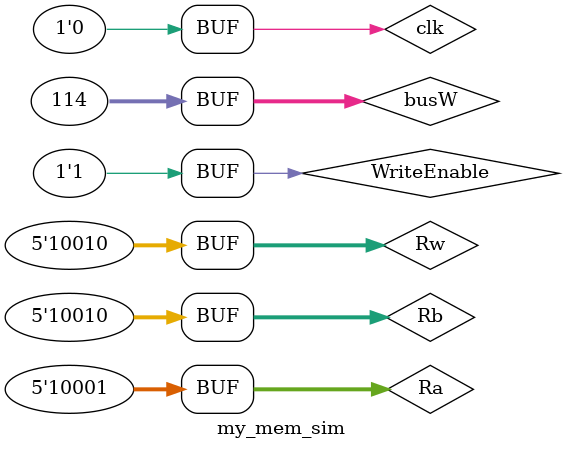
<source format=v>
`timescale 1ns / 1ps
/*
 *=============================================================================
 *    Filename:my_mem_sim.v
 *
 *     Version: 1.0
 *  Created on: July 07, 2016
 *    
 *      Author: corvo
 *=============================================================================
 */
 
module my_mem_sim(

    );

    // input
    reg[4:0] Ra = 5'h11;
    reg[4:0] Rb = 5'h12;
    reg[4:0] Rw = 5'h11;

    reg clk;
    reg WriteEnable = 0;
    reg[31:0] busW;
    
     
    //output
    wire [31:0] Qa;
    wire [31:0] Qb;
        
       
    // initial
    my_mem U (
        .Qa(Qa), .Qb(Qb),
        .Rw(Rw), .Ra(Ra), .Rb(Rb),
        .WriteEnable(WriteEnable),
        .busW(busW),
        .clk(clk)
        );
    initial begin
        begin clk = 0; end     
        #49 begin WriteEnable=1; busW=32'h72; Rw = 5'h11; #1 clk=1; end     
        #49 begin WriteEnable=1; busW=32'h72; Rw = 5'h12; #1 clk=0; end      
        #49 begin WriteEnable=1; busW=32'h72; Rw = 5'h12; #1 clk=1; end      
        #49 begin Ra=5'h11; Rb=5'h12; clk=0; end 
    end

endmodule

</source>
